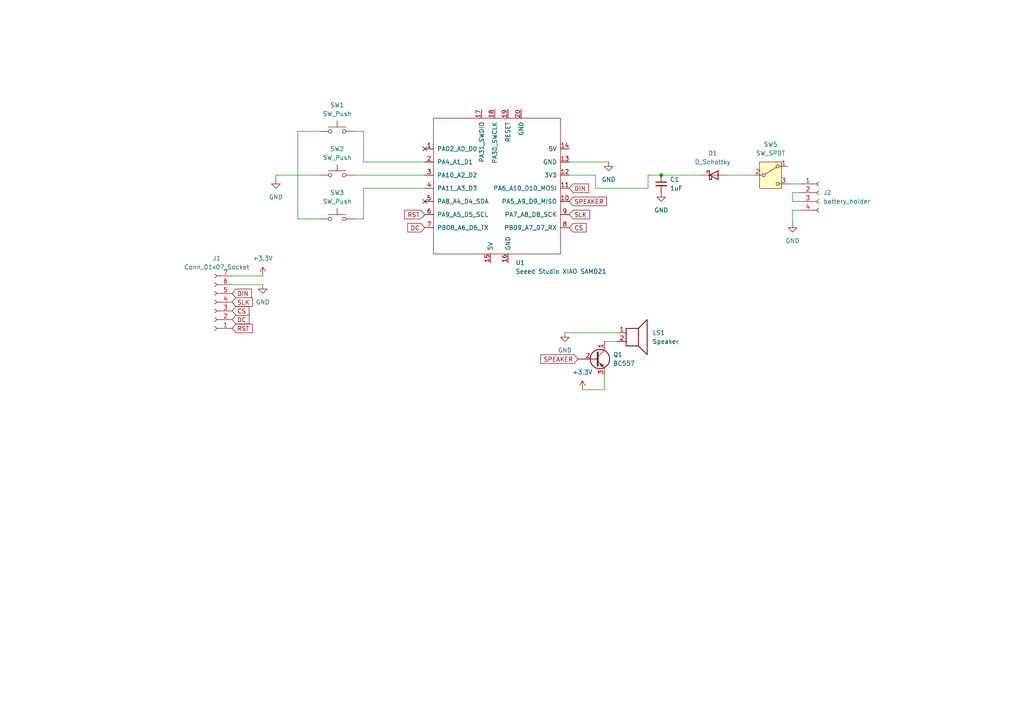
<source format=kicad_sch>
(kicad_sch (version 20231120) (generator "eeschema") (generator_version "8.0")
  (paper "A4")
  (lib_symbols
    (symbol "Connector:Conn_01x04_Socket" (pin_names (offset 1.016) hide)
      (property "Reference" "J" (at 0 5.08 0))
      (property "Value" "Conn_01x04_Socket" (at 0 -7.62 0))
      (symbol "Conn_01x04_Socket_1_1"
        (arc (start 0 -4.572) (mid -0.5058 -5.08) (end 0 -5.588) (stroke (width 0.1524)))
        (arc (start 0 -2.032) (mid -0.5058 -2.54) (end 0 -3.048) (stroke (width 0.1524)))
        (polyline (pts (xy -1.27 -5.08) (xy -0.508 -5.08)) (stroke (width 0.1524)))
        (polyline (pts (xy -1.27 -2.54) (xy -0.508 -2.54)) (stroke (width 0.1524)))
        (polyline (pts (xy -1.27 0) (xy -0.508 0)) (stroke (width 0.1524)))
        (polyline (pts (xy -1.27 2.54) (xy -0.508 2.54)) (stroke (width 0.1524)))
        (arc (start 0 0.508) (mid -0.5058 0) (end 0 -0.508) (stroke (width 0.1524)))
        (arc (start 0 3.048) (mid -0.5058 2.54) (end 0 2.032) (stroke (width 0.1524)))
        (pin passive line (at -5.08 2.54 0) (length 3.81) (name "Pin_1") (number "1"))
        (pin passive line (at -5.08 0 0) (length 3.81) (name "Pin_2") (number "2"))
        (pin passive line (at -5.08 -2.54 0) (length 3.81) (name "Pin_3") (number "3"))
        (pin passive line (at -5.08 -5.08 0) (length 3.81) (name "Pin_4") (number "4"))
      )
    )
    (symbol "Connector:Conn_01x07_Socket" (pin_names (offset 1.016) hide)
      (property "Reference" "J" (at 0 10.16 0))
      (property "Value" "Conn_01x07_Socket" (at 0 -10.16 0))
      (symbol "Conn_01x07_Socket_1_1"
        (arc (start 0 -7.112) (mid -0.5058 -7.62) (end 0 -8.128) (stroke (width 0.1524)))
        (arc (start 0 -4.572) (mid -0.5058 -5.08) (end 0 -5.588) (stroke (width 0.1524)))
        (arc (start 0 -2.032) (mid -0.5058 -2.54) (end 0 -3.048) (stroke (width 0.1524)))
        (polyline (pts (xy -1.27 -7.62) (xy -0.508 -7.62)) (stroke (width 0.1524)))
        (polyline (pts (xy -1.27 -5.08) (xy -0.508 -5.08)) (stroke (width 0.1524)))
        (polyline (pts (xy -1.27 -2.54) (xy -0.508 -2.54)) (stroke (width 0.1524)))
        (polyline (pts (xy -1.27 0) (xy -0.508 0)) (stroke (width 0.1524)))
        (polyline (pts (xy -1.27 2.54) (xy -0.508 2.54)) (stroke (width 0.1524)))
        (polyline (pts (xy -1.27 5.08) (xy -0.508 5.08)) (stroke (width 0.1524)))
        (polyline (pts (xy -1.27 7.62) (xy -0.508 7.62)) (stroke (width 0.1524)))
        (arc (start 0 0.508) (mid -0.5058 0) (end 0 -0.508) (stroke (width 0.1524)))
        (arc (start 0 3.048) (mid -0.5058 2.54) (end 0 2.032) (stroke (width 0.1524)))
        (arc (start 0 5.588) (mid -0.5058 5.08) (end 0 4.572) (stroke (width 0.1524)))
        (arc (start 0 8.128) (mid -0.5058 7.62) (end 0 7.112) (stroke (width 0.1524)))
        (pin passive line (at -5.08 7.62 0) (length 3.81) (name "Pin_1") (number "1"))
        (pin passive line (at -5.08 5.08 0) (length 3.81) (name "Pin_2") (number "2"))
        (pin passive line (at -5.08 2.54 0) (length 3.81) (name "Pin_3") (number "3"))
        (pin passive line (at -5.08 0 0) (length 3.81) (name "Pin_4") (number "4"))
        (pin passive line (at -5.08 -2.54 0) (length 3.81) (name "Pin_5") (number "5"))
        (pin passive line (at -5.08 -5.08 0) (length 3.81) (name "Pin_6") (number "6"))
        (pin passive line (at -5.08 -7.62 0) (length 3.81) (name "Pin_7") (number "7"))
      )
    )
    (symbol "Device:C_Small" (pin_numbers hide) (pin_names (offset 0.254) hide)
      (property "Reference" "C" (at 0.254 1.778 0))
      (property "Value" "C_Small" (at 0.254 -2.032 0))
      (symbol "C_Small_0_1"
        (polyline (pts (xy -1.524 -0.508) (xy 1.524 -0.508)) (stroke (width 0.3302)))
        (polyline (pts (xy -1.524 0.508) (xy 1.524 0.508)) (stroke (width 0.3048)))
      )
      (symbol "C_Small_1_1"
        (pin passive line (at 0 2.54 270) (length 2.032) (name "~") (number "1"))
        (pin passive line (at 0 -2.54 90) (length 2.032) (name "~") (number "2"))
      )
    )
    (symbol "Device:D_Schottky" (pin_numbers hide) (pin_names (offset 1.016) hide)
      (property "Reference" "D" (at 0 2.54 0))
      (property "Value" "D_Schottky" (at 0 -2.54 0))
      (symbol "D_Schottky_0_1"
        (polyline (pts (xy 1.27 0) (xy -1.27 0)))
        (polyline (pts (xy 1.27 1.27) (xy 1.27 -1.27) (xy -1.27 0) (xy 1.27 1.27)) (stroke (width 0.254)))
        (polyline (pts (xy -1.905 0.635) (xy -1.905 1.27) (xy -1.27 1.27) (xy -1.27 -1.27) (xy -0.635 -1.27) (xy -0.635 -0.635)) (stroke (width 0.254)))
      )
      (symbol "D_Schottky_1_1"
        (pin passive line (at -3.81 0 0) (length 2.54) (name "K") (number "1"))
        (pin passive line (at 3.81 0 180) (length 2.54) (name "A") (number "2"))
      )
    )
    (symbol "Device:Speaker" (pin_names (offset 0) hide)
      (property "Reference" "LS" (at 1.27 5.715 0))
      (property "Value" "Speaker" (at 1.27 3.81 0))
      (symbol "Speaker_0_0"
        (rectangle (start -2.54 1.27) (end 1.016 -3.81) (stroke (width 0.254)))
        (polyline (pts (xy 1.016 1.27) (xy 3.556 3.81) (xy 3.556 -6.35) (xy 1.016 -3.81)) (stroke (width 0.254)))
      )
      (symbol "Speaker_1_1"
        (pin input line (at -5.08 0 0) (length 2.54) (name "1") (number "1"))
        (pin input line (at -5.08 -2.54 0) (length 2.54) (name "2") (number "2"))
      )
    )
    (symbol "Seeed_Studio_XIAO_Series:Seeed Studio XIAO SAMD21" (pin_names (offset 1.016))
      (property "Reference" "U" (at -19.05 22.86 0))
      (property "Value" "Seeed Studio XIAO SAMD21" (at -12.7 21.59 0))
      (symbol "Seeed Studio XIAO SAMD21_0_1"
        (rectangle (start -19.05 20.32) (end 17.78 -19.05))
      )
      (symbol "Seeed Studio XIAO SAMD21_1_1"
        (pin unspecified line (at -21.59 11.43 0) (length 2.54) (name "PA02_A0_D0") (number "1"))
        (pin unspecified line (at 20.32 -3.81 180) (length 2.54) (name "PA5_A9_D9_MISO") (number "10"))
        (pin unspecified line (at 20.32 0 180) (length 2.54) (name "PA6_A10_D10_MOSI") (number "11"))
        (pin unspecified line (at 20.32 3.81 180) (length 2.54) (name "3V3") (number "12"))
        (pin unspecified line (at 20.32 7.62 180) (length 2.54) (name "GND") (number "13"))
        (pin unspecified line (at 20.32 11.43 180) (length 2.54) (name "5V") (number "14"))
        (pin input line (at -2.54 -21.59 90) (length 2.54) (name "5V") (number "15"))
        (pin input line (at 2.54 -21.59 90) (length 2.54) (name "GND") (number "16"))
        (pin input line (at -5.08 22.86 270) (length 2.54) (name "PA31_SWDIO") (number "17"))
        (pin input line (at -1.27 22.86 270) (length 2.54) (name "PA30_SWCLK") (number "18"))
        (pin input line (at 2.54 22.86 270) (length 2.54) (name "RESET") (number "19"))
        (pin unspecified line (at -21.59 7.62 0) (length 2.54) (name "PA4_A1_D1") (number "2"))
        (pin input line (at 6.35 22.86 270) (length 2.54) (name "GND") (number "20"))
        (pin unspecified line (at -21.59 3.81 0) (length 2.54) (name "PA10_A2_D2") (number "3"))
        (pin unspecified line (at -21.59 0 0) (length 2.54) (name "PA11_A3_D3") (number "4"))
        (pin unspecified line (at -21.59 -3.81 0) (length 2.54) (name "PA8_A4_D4_SDA") (number "5"))
        (pin unspecified line (at -21.59 -7.62 0) (length 2.54) (name "PA9_A5_D5_SCL") (number "6"))
        (pin unspecified line (at -21.59 -11.43 0) (length 2.54) (name "PB08_A6_D6_TX") (number "7"))
        (pin unspecified line (at 20.32 -11.43 180) (length 2.54) (name "PB09_A7_D7_RX") (number "8"))
        (pin unspecified line (at 20.32 -7.62 180) (length 2.54) (name "PA7_A8_D8_SCK") (number "9"))
      )
    )
    (symbol "Switch:SW_Push" (pin_numbers hide) (pin_names (offset 1.016) hide)
      (property "Reference" "SW" (at 1.27 2.54 0))
      (property "Value" "SW_Push" (at 0 -1.524 0))
      (symbol "SW_Push_0_1"
        (circle (center -2.032 0) (radius 0.508))
        (polyline (pts (xy 0 1.27) (xy 0 3.048)))
        (polyline (pts (xy 2.54 1.27) (xy -2.54 1.27)))
        (circle (center 2.032 0) (radius 0.508))
        (pin passive line (at -5.08 0 0) (length 2.54) (name "1") (number "1"))
        (pin passive line (at 5.08 0 180) (length 2.54) (name "2") (number "2"))
      )
    )
    (symbol "Switch:SW_SPDT" (pin_names (offset 0) hide)
      (property "Reference" "SW" (at 0 5.08 0))
      (property "Value" "SW_SPDT" (at 0 -5.08 0))
      (symbol "SW_SPDT_0_1"
        (circle (center -2.032 0) (radius 0.4572))
        (polyline (pts (xy -1.651 0.254) (xy 1.651 2.286)))
        (circle (center 2.032 -2.54) (radius 0.4572))
        (circle (center 2.032 2.54) (radius 0.4572))
      )
      (symbol "SW_SPDT_1_1"
        (rectangle (start -3.175 3.81) (end 3.175 -3.81) (fill (type background)))
        (pin passive line (at 5.08 2.54 180) (length 2.54) (name "A") (number "1"))
        (pin passive line (at -5.08 0 0) (length 2.54) (name "B") (number "2"))
        (pin passive line (at 5.08 -2.54 180) (length 2.54) (name "C") (number "3"))
      )
    )
    (symbol "Transistor_BJT:BC557" (pin_names (offset 0) hide)
      (property "Reference" "Q" (at 5.08 1.905 0))
      (property "Value" "BC557" (at 5.08 0 0))
      (symbol "BC557_0_1"
        (polyline (pts (xy 0.635 0.635) (xy 2.54 2.54)))
        (polyline (pts (xy 0.635 -0.635) (xy 2.54 -2.54) (xy 2.54 -2.54)))
        (polyline (pts (xy 0.635 1.905) (xy 0.635 -1.905) (xy 0.635 -1.905)) (stroke (width 0.508)))
        (polyline (pts (xy 2.286 -1.778) (xy 1.778 -2.286) (xy 1.27 -1.27) (xy 2.286 -1.778) (xy 2.286 -1.778)) (fill (type outline)))
        (circle (center 1.27 0) (radius 2.8194) (stroke (width 0.254)))
      )
      (symbol "BC557_1_1"
        (pin passive line (at 2.54 5.08 270) (length 2.54) (name "C") (number "1"))
        (pin input line (at -5.08 0 0) (length 5.715) (name "B") (number "2"))
        (pin passive line (at 2.54 -5.08 90) (length 2.54) (name "E") (number "3"))
      )
    )
    (symbol "power:+3.3V" (power) (pin_numbers hide) (pin_names (offset 0) hide)
      (property "Value" "+3.3V" (at 0 3.556 0))
      (symbol "+3.3V_0_1"
        (polyline (pts (xy -0.762 1.27) (xy 0 2.54)))
        (polyline (pts (xy 0 0) (xy 0 2.54)))
        (polyline (pts (xy 0 2.54) (xy 0.762 1.27)))
      )
      (symbol "+3.3V_1_1"
        (pin power_in line (at 0 0 90) (length 0) (name "~") (number "1"))
      )
    )
    (symbol "power:GND" (power) (pin_numbers hide) (pin_names (offset 0) hide)
      (property "Value" "GND" (at 0 -3.81 0))
      (symbol "GND_0_1"
        (polyline (pts (xy 0 0) (xy 0 -1.27) (xy 1.27 -1.27) (xy 0 -2.54) (xy -1.27 -1.27) (xy 0 -1.27)))
      )
      (symbol "GND_1_1"
        (pin power_in line (at 0 0 270) (length 0) (name "~") (number "1"))
      )
    )
  )
  (junction (at 191.77 50.8))
  (no_connect (at 123.19 43.18))
  (no_connect (at 123.19 58.42))
  (wire (pts (xy 80.01 50.8) (xy 80.01 52.07)))
  (wire (pts (xy 92.71 38.1) (xy 86.36 38.1)))
  (wire (pts (xy 229.87 58.42) (xy 232.41 58.42)))
  (wire (pts (xy 67.31 82.55) (xy 76.2 82.55)))
  (wire (pts (xy 210.82 50.8) (xy 218.44 50.8)))
  (wire (pts (xy 105.41 46.99) (xy 123.19 46.99)))
  (wire (pts (xy 175.26 99.06) (xy 179.07 99.06)))
  (wire (pts (xy 165.1 46.99) (xy 176.53 46.99)))
  (wire (pts (xy 105.41 63.5) (xy 105.41 54.61)))
  (wire (pts (xy 232.41 60.96) (xy 229.87 60.96)))
  (wire (pts (xy 105.41 38.1) (xy 105.41 46.99)))
  (wire (pts (xy 172.72 50.8) (xy 172.72 54.61)))
  (wire (pts (xy 86.36 38.1) (xy 86.36 63.5)))
  (wire (pts (xy 102.87 50.8) (xy 123.19 50.8)))
  (wire (pts (xy 187.96 54.61) (xy 187.96 50.8)))
  (wire (pts (xy 172.72 54.61) (xy 187.96 54.61)))
  (wire (pts (xy 102.87 38.1) (xy 105.41 38.1)))
  (wire (pts (xy 187.96 50.8) (xy 191.77 50.8)))
  (wire (pts (xy 228.6 53.34) (xy 232.41 53.34)))
  (wire (pts (xy 191.77 50.8) (xy 203.2 50.8)))
  (wire (pts (xy 92.71 50.8) (xy 80.01 50.8)))
  (wire (pts (xy 168.91 113.03) (xy 175.26 113.03)))
  (wire (pts (xy 92.71 63.5) (xy 86.36 63.5)))
  (wire (pts (xy 105.41 63.5) (xy 102.87 63.5)))
  (wire (pts (xy 229.87 60.96) (xy 229.87 64.77)))
  (wire (pts (xy 175.26 109.22) (xy 175.26 113.03)))
  (wire (pts (xy 229.87 55.88) (xy 229.87 58.42)))
  (wire (pts (xy 232.41 55.88) (xy 229.87 55.88)))
  (wire (pts (xy 163.83 96.52) (xy 179.07 96.52)))
  (wire (pts (xy 67.31 80.01) (xy 76.2 80.01)))
  (wire (pts (xy 105.41 54.61) (xy 123.19 54.61)))
  (wire (pts (xy 165.1 50.8) (xy 172.72 50.8)))
  (global_label "DIN" (shape input) (at 165.1 54.61 0) (property "Intersheetrefs" "${INTERSHEET_REFS}" (effects (hide yes))))
  (global_label "SPEAKER" (shape input) (at 167.64 104.14 180) (property "Intersheetrefs" "${INTERSHEET_REFS}" (effects (hide yes))))
  (global_label "DIN" (shape input) (at 67.31 85.09 0) (property "Intersheetrefs" "${INTERSHEET_REFS}" (effects (hide yes))))
  (global_label "RST" (shape input) (at 67.31 95.25 0) (property "Intersheetrefs" "${INTERSHEET_REFS}" (effects (hide yes))))
  (global_label "DC" (shape input) (at 67.31 92.71 0) (property "Intersheetrefs" "${INTERSHEET_REFS}" (effects (hide yes))))
  (global_label "CS" (shape input) (at 67.31 90.17 0) (property "Intersheetrefs" "${INTERSHEET_REFS}" (effects (hide yes))))
  (global_label "SLK" (shape input) (at 165.1 62.23 0) (property "Intersheetrefs" "${INTERSHEET_REFS}" (effects (hide yes))))
  (global_label "CS" (shape input) (at 165.1 66.04 0) (property "Intersheetrefs" "${INTERSHEET_REFS}" (effects (hide yes))))
  (global_label "RST" (shape input) (at 123.19 62.23 180) (property "Intersheetrefs" "${INTERSHEET_REFS}" (effects (hide yes))))
  (global_label "SPEAKER" (shape input) (at 165.1 58.42 0) (property "Intersheetrefs" "${INTERSHEET_REFS}" (effects (hide yes))))
  (global_label "DC" (shape input) (at 123.19 66.04 180) (property "Intersheetrefs" "${INTERSHEET_REFS}" (effects (hide yes))))
  (global_label "SLK" (shape input) (at 67.31 87.63 0) (property "Intersheetrefs" "${INTERSHEET_REFS}" (effects (hide yes))))
  (symbol (lib_id "Device:D_Schottky") (at 207.01 50.8 0) (unit 1)
    (property "Reference" "D1" (at 206.6925 44.45 0))
    (property "Value" "D_Schottky" (at 206.6925 46.99 0))
    (property "Footprint" "Diode_THT:1N5817_amazondiode2" (effects (hide yes)))
    (property "Description" "Schottky diode" (effects (hide yes)))
  )
  (symbol (lib_id "power:GND") (at 176.53 46.99 0) (unit 1)
    (property "Reference" "#PWR02" (effects (hide yes)))
    (property "Value" "GND" (at 176.53 52.07 0))
    (property "Description" "Power symbol creates a global label with name \"GND\" , ground" (effects (hide yes)))
  )
  (symbol (lib_id "power:GND") (at 76.2 82.55 0) (unit 1)
    (property "Reference" "#PWR03" (effects (hide yes)))
    (property "Value" "GND" (at 76.2 87.63 0))
    (property "Description" "Power symbol creates a global label with name \"GND\" , ground" (effects (hide yes)))
  )
  (symbol (lib_id "Device:C_Small") (at 191.77 53.34 0) (unit 1)
    (property "Reference" "C1" (at 194.31 52.0762 0) (effects (justify left)))
    (property "Value" "1uF" (at 194.31 54.6162 0) (effects (justify left)))
    (property "Footprint" "Capacitor_THT:CP_Radial_D6.3mm_P2.50mm" (effects (hide yes)))
    (property "Description" "Unpolarized capacitor, small symbol" (effects (hide yes)))
  )
  (symbol (lib_id "power:GND") (at 80.01 52.07 0) (unit 1)
    (property "Reference" "#PWR01" (effects (hide yes)))
    (property "Value" "GND" (at 80.01 57.15 0))
    (property "Description" "Power symbol creates a global label with name \"GND\" , ground" (effects (hide yes)))
  )
  (symbol (lib_id "Switch:SW_SPDT") (at 223.52 50.8 0) (unit 1)
    (property "Reference" "SW5" (at 223.52 41.91 0))
    (property "Value" "SW_SPDT" (at 223.52 44.45 0))
    (property "Footprint" "Button_Switch_THT:SPDT-amazonl0lz" (effects (hide yes)))
    (property "Description" "Switch, single pole double throw" (effects (hide yes)))
  )
  (symbol (lib_id "Transistor_BJT:BC557") (at 172.72 104.14 0) (unit 1)
    (property "Reference" "Q1" (at 177.8 102.8699 0) (effects (justify left)))
    (property "Value" "BC557" (at 177.8 105.4099 0) (effects (justify left)))
    (property "Footprint" "Package_TO_SOT_THT:TO-92_Inline" (effects (hide yes)))
    (property "Datasheet" "https://www.onsemi.com/pub/Collateral/BC556BTA-D.pdf" (effects (hide yes)))
    (property "Description" "0.1A Ic, 45V Vce, PNP Small Signal Transistor, TO-92" (effects (hide yes)))
  )
  (symbol (lib_id "power:+3.3V") (at 76.2 80.01 0) (unit 1)
    (property "Reference" "#PWR04" (effects (hide yes)))
    (property "Value" "+3.3V" (at 76.2 74.93 0))
    (property "Description" "Power symbol creates a global label with name \"+3.3V\"" (effects (hide yes)))
  )
  (symbol (lib_id "Connector:Conn_01x07_Socket") (at 62.23 87.63 180) (unit 1)
    (property "Reference" "J1" (at 62.865 74.93 0))
    (property "Value" "Conn_01x07_Socket" (at 62.865 77.47 0))
    (property "Footprint" "Connector_PinSocket_2.54mm:PinSocket_1x07_P2.54mm_Vertical" (effects (hide yes)))
    (property "Description" "Generic connector, single row, 01x07, script generated" (effects (hide yes)))
  )
  (symbol (lib_id "power:GND") (at 163.83 96.52 0) (unit 1)
    (property "Reference" "#PWR05" (effects (hide yes)))
    (property "Value" "GND" (at 163.83 101.6 0))
    (property "Description" "Power symbol creates a global label with name \"GND\" , ground" (effects (hide yes)))
  )
  (symbol (lib_id "power:GND") (at 229.87 64.77 0) (unit 1)
    (property "Reference" "#PWR08" (effects (hide yes)))
    (property "Value" "GND" (at 229.87 69.85 0))
    (property "Description" "Power symbol creates a global label with name \"GND\" , ground" (effects (hide yes)))
  )
  (symbol (lib_id "power:GND") (at 191.77 55.88 0) (unit 1)
    (property "Reference" "#PWR07" (effects (hide yes)))
    (property "Value" "GND" (at 191.77 60.96 0))
    (property "Description" "Power symbol creates a global label with name \"GND\" , ground" (effects (hide yes)))
  )
  (symbol (lib_id "power:+3.3V") (at 168.91 113.03 0) (unit 1)
    (property "Reference" "#PWR06" (effects (hide yes)))
    (property "Value" "+3.3V" (at 168.91 107.95 0))
    (property "Description" "Power symbol creates a global label with name \"+3.3V\"" (effects (hide yes)))
  )
  (symbol (lib_id "Switch:SW_Push") (at 97.79 38.1 0) (unit 1)
    (property "Reference" "SW1" (at 97.79 30.48 0))
    (property "Value" "SW_Push" (at 97.79 33.02 0))
    (property "Footprint" "Button_Switch_THT:SW_PUSH-12mm" (effects (hide yes)))
    (property "Description" "Push button switch, generic, two pins" (effects (hide yes)))
  )
  (symbol (lib_id "Connector:Conn_01x04_Socket") (at 237.49 55.88 0) (unit 1)
    (property "Reference" "J2" (at 238.76 55.8799 0) (effects (justify left)))
    (property "Value" "battery_holder" (at 238.76 58.4199 0) (effects (justify left)))
    (property "Footprint" "Battery:BatteryHolder_Keystone_2468_2xAAA" (effects (hide yes)))
    (property "Description" "Generic connector, single row, 01x04, script generated" (effects (hide yes)))
  )
  (symbol (lib_id "Seeed_Studio_XIAO_Series:Seeed Studio XIAO SAMD21") (at 144.78 54.61 0) (unit 1)
    (property "Reference" "U1" (at 149.5141 76.2 0) (effects (justify left)))
    (property "Value" "Seeed Studio XIAO SAMD21" (at 149.5141 78.74 0) (effects (justify left)))
    (property "Footprint" "Seeed Studio XIAO Series Library:XIAO-RP2040-SMD" (effects (hide yes)))
  )
  (symbol (lib_id "Device:Speaker") (at 184.15 96.52 0) (unit 1)
    (property "Reference" "LS1" (at 189.23 96.5199 0) (effects (justify left)))
    (property "Value" "Speaker" (at 189.23 99.0599 0) (effects (justify left)))
    (property "Footprint" "Buzzer_Beeper:CVS_1508custom" (effects (hide yes)))
    (property "Description" "Speaker" (effects (hide yes)))
  )
  (symbol (lib_id "Switch:SW_Push") (at 97.79 63.5 0) (unit 1)
    (property "Reference" "SW3" (at 97.79 55.88 0))
    (property "Value" "SW_Push" (at 97.79 58.42 0))
    (property "Footprint" "Button_Switch_THT:SW_PUSH-12mm" (effects (hide yes)))
    (property "Description" "Push button switch, generic, two pins" (effects (hide yes)))
  )
  (symbol (lib_id "Switch:SW_Push") (at 97.79 50.8 0) (unit 1)
    (property "Reference" "SW2" (at 97.79 43.18 0))
    (property "Value" "SW_Push" (at 97.79 45.72 0))
    (property "Footprint" "Button_Switch_THT:SW_PUSH-12mm" (effects (hide yes)))
    (property "Description" "Push button switch, generic, two pins" (effects (hide yes)))
  )
)
</source>
